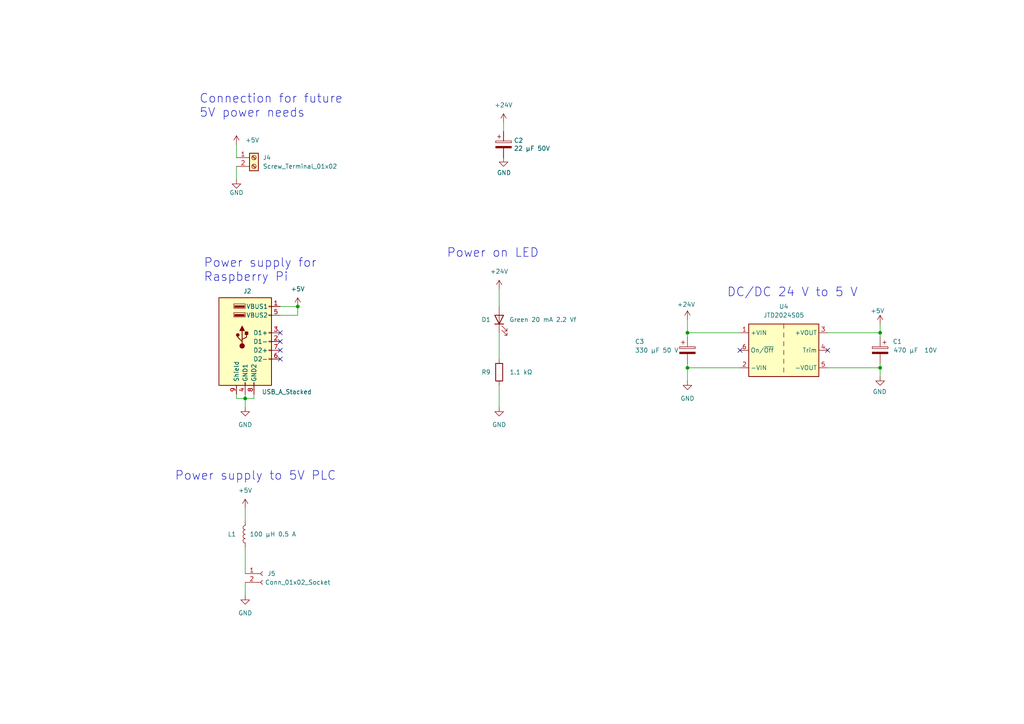
<source format=kicad_sch>
(kicad_sch (version 20230121) (generator eeschema)
  (paper "A4")
  (title_block (title "${project_title} - ${board_title}") (date "2022-03-23") (rev "${git_describe}") (company "${company}") (comment 1 "${drawn_by}") (comment 4 "${git_url}"))
  (lib_symbols
    (symbol "Connector:Conn_01x02_Socket" (pin_names (offset 1.016) hide)
      (property "Reference" "J" (at 0 2.54 0))
      (property "Value" "Conn_01x02_Socket" (at 0 -5.08 0))
      (symbol "Conn_01x02_Socket_1_1"
        (arc (start 0 -2.032) (mid -0.5058 -2.54) (end 0 -3.048) (stroke (width 0.1524)))
        (polyline (pts (xy -1.27 -2.54) (xy -0.508 -2.54)) (stroke (width 0.1524)))
        (polyline (pts (xy -1.27 0) (xy -0.508 0)) (stroke (width 0.1524)))
        (arc (start 0 0.508) (mid -0.5058 0) (end 0 -0.508) (stroke (width 0.1524)))
        (pin passive line (at -5.08 0 0) (length 3.81) (name "Pin_1") (number "1"))
        (pin passive line (at -5.08 -2.54 0) (length 3.81) (name "Pin_2") (number "2"))
      )
    )
    (symbol "Connector:Screw_Terminal_01x02" (pin_names (offset 1.016) hide)
      (property "Reference" "J" (at 0 2.54 0))
      (property "Value" "Screw_Terminal_01x02" (at 0 -5.08 0))
      (symbol "Screw_Terminal_01x02_1_1"
        (rectangle (start -1.27 1.27) (end 1.27 -3.81) (stroke (width 0.254)) (fill (type background)))
        (circle (center 0 -2.54) (radius 0.635) (stroke (width 0.1524)))
        (polyline (pts (xy -0.5334 -2.2098) (xy 0.3302 -3.048)) (stroke (width 0.1524)))
        (polyline (pts (xy -0.5334 0.3302) (xy 0.3302 -0.508)) (stroke (width 0.1524)))
        (polyline (pts (xy -0.3556 -2.032) (xy 0.508 -2.8702)) (stroke (width 0.1524)))
        (polyline (pts (xy -0.3556 0.508) (xy 0.508 -0.3302)) (stroke (width 0.1524)))
        (circle (center 0 0) (radius 0.635) (stroke (width 0.1524)))
        (pin passive line (at -5.08 0 0) (length 3.81) (name "Pin_1") (number "1"))
        (pin passive line (at -5.08 -2.54 0) (length 3.81) (name "Pin_2") (number "2"))
      )
    )
    (symbol "Connector:USB_A_Stacked" (pin_names (offset 1.016))
      (property "Reference" "J" (at 0 15.875 0))
      (property "Value" "USB_A_Stacked" (at 0 13.97 0))
      (symbol "USB_A_Stacked_0_1"
        (rectangle (start -7.62 12.7) (end 7.62 -12.7) (stroke (width 0.254)) (fill (type background)))
        (circle (center -2.159 1.905) (radius 0.381) (stroke (width 0.254)) (fill (type outline)))
        (circle (center -0.889 -1.27) (radius 0.635) (stroke (width 0.254)) (fill (type outline)))
        (rectangle (start -0.254 7.366) (end -3.048 7.874) (fill (type outline)))
        (rectangle (start -0.254 9.906) (end -3.048 10.414) (fill (type outline)))
        (rectangle (start -0.127 -12.7) (end 0.127 -11.938))
        (polyline (pts (xy -1.524 3.175) (xy -0.254 3.175) (xy -0.889 4.445) (xy -1.524 3.175)) (stroke (width 0.254)) (fill (type outline)))
        (polyline (pts (xy -0.889 -0.635) (xy -0.889 0) (xy -2.159 1.27) (xy -2.159 1.905)) (stroke (width 0.254)))
        (polyline (pts (xy -0.889 0) (xy -0.889 0.635) (xy 0.381 1.27) (xy 0.381 2.54)) (stroke (width 0.254)))
        (rectangle (start 0 2.794) (end 0.762 2.032) (stroke (width 0.254)) (fill (type outline)))
        (rectangle (start 0 7.112) (end -3.302 8.382))
        (rectangle (start 0 9.652) (end -3.302 10.922))
        (rectangle (start 2.413 -12.7) (end 2.667 -11.938))
        (rectangle (start 7.62 -5.207) (end 6.858 -4.953))
        (rectangle (start 7.62 -2.667) (end 6.858 -2.413))
        (rectangle (start 7.62 -0.127) (end 6.858 0.127))
        (rectangle (start 7.62 2.413) (end 6.858 2.667))
        (rectangle (start 7.62 7.493) (end 6.858 7.747))
        (rectangle (start 7.62 10.033) (end 6.858 10.287))
      )
      (symbol "USB_A_Stacked_1_1"
        (polyline (pts (xy -0.889 0.635) (xy -0.889 3.175)) (stroke (width 0.254)))
        (pin power_in line (at 10.16 10.16 180) (length 2.54) (name "VBUS1") (number "1"))
        (pin bidirectional line (at 10.16 0 180) (length 2.54) (name "D1-") (number "2"))
        (pin bidirectional line (at 10.16 2.54 180) (length 2.54) (name "D1+") (number "3"))
        (pin power_in line (at 0 -15.24 90) (length 2.54) (name "GND1") (number "4"))
        (pin power_in line (at 10.16 7.62 180) (length 2.54) (name "VBUS2") (number "5"))
        (pin bidirectional line (at 10.16 -5.08 180) (length 2.54) (name "D2-") (number "6"))
        (pin bidirectional line (at 10.16 -2.54 180) (length 2.54) (name "D2+") (number "7"))
        (pin power_in line (at 2.54 -15.24 90) (length 2.54) (name "GND2") (number "8"))
        (pin passive line (at -2.54 -15.24 90) (length 2.54) (name "Shield") (number "9"))
      )
    )
    (symbol "Converter_DCDC:JTD2024S05"
      (property "Reference" "U" (at -8.89 8.89 0))
      (property "Value" "JTD2024S05" (at 8.89 8.89 0))
      (symbol "JTD2024S05_0_1"
        (rectangle (start -10.16 7.62) (end 10.16 -7.62) (stroke (width 0.254)) (fill (type background)))
        (polyline (pts (xy 0 -5.08) (xy 0 -6.35)))
        (polyline (pts (xy 0 -2.54) (xy 0 -3.81)))
        (polyline (pts (xy 0 0) (xy 0 -1.27)))
        (polyline (pts (xy 0 2.54) (xy 0 1.27)))
        (polyline (pts (xy 0 5.08) (xy 0 3.81)))
        (polyline (pts (xy 0 7.62) (xy 0 6.35)))
      )
      (symbol "JTD2024S05_1_1"
        (pin power_in line (at -12.7 5.08 0) (length 2.54) (name "+VIN") (number "1"))
        (pin power_in line (at -12.7 -5.08 0) (length 2.54) (name "-VIN") (number "2"))
        (pin power_out line (at 12.7 5.08 180) (length 2.54) (name "+VOUT") (number "3"))
        (pin input line (at 12.7 0 180) (length 2.54) (name "Trim") (number "4"))
        (pin power_out line (at 12.7 -5.08 180) (length 2.54) (name "-VOUT") (number "5"))
        (pin input line (at -12.7 0 0) (length 2.54) (name "On/~{Off}") (number "6"))
      )
    )
    (symbol "Device:C_Polarized" (pin_numbers hide) (pin_names (offset 0.254))
      (property "Reference" "C" (at 0.635 2.54 0))
      (property "Value" "C_Polarized" (at 0.635 -2.54 0))
      (symbol "C_Polarized_0_1"
        (rectangle (start -2.286 0.508) (end 2.286 1.016))
        (polyline (pts (xy -1.778 2.286) (xy -0.762 2.286)))
        (polyline (pts (xy -1.27 2.794) (xy -1.27 1.778)))
        (rectangle (start 2.286 -0.508) (end -2.286 -1.016) (fill (type outline)))
      )
      (symbol "C_Polarized_1_1"
        (pin passive line (at 0 3.81 270) (length 2.794) (name "~") (number "1"))
        (pin passive line (at 0 -3.81 90) (length 2.794) (name "~") (number "2"))
      )
    )
    (symbol "Device:L" (pin_numbers hide) (pin_names (offset 1.016) hide)
      (property "Reference" "L" (at -1.27 0 90))
      (property "Value" "L" (at 1.905 0 90))
      (symbol "L_0_1"
        (arc (start 0 -2.54) (mid 0.6323 -1.905) (end 0 -1.27))
        (arc (start 0 -1.27) (mid 0.6323 -0.635) (end 0 0))
        (arc (start 0 0) (mid 0.6323 0.635) (end 0 1.27))
        (arc (start 0 1.27) (mid 0.6323 1.905) (end 0 2.54))
      )
      (symbol "L_1_1"
        (pin passive line (at 0 3.81 270) (length 1.27) (name "1") (number "1"))
        (pin passive line (at 0 -3.81 90) (length 1.27) (name "2") (number "2"))
      )
    )
    (symbol "Device:LED" (pin_numbers hide) (pin_names (offset 1.016) hide)
      (property "Reference" "D" (at 0 2.54 0))
      (property "Value" "LED" (at 0 -2.54 0))
      (symbol "LED_0_1"
        (polyline (pts (xy -1.27 -1.27) (xy -1.27 1.27)) (stroke (width 0.254)))
        (polyline (pts (xy -1.27 0) (xy 1.27 0)))
        (polyline (pts (xy 1.27 -1.27) (xy 1.27 1.27) (xy -1.27 0) (xy 1.27 -1.27)) (stroke (width 0.254)))
        (polyline (pts (xy -3.048 -0.762) (xy -4.572 -2.286) (xy -3.81 -2.286) (xy -4.572 -2.286) (xy -4.572 -1.524)))
        (polyline (pts (xy -1.778 -0.762) (xy -3.302 -2.286) (xy -2.54 -2.286) (xy -3.302 -2.286) (xy -3.302 -1.524)))
      )
      (symbol "LED_1_1"
        (pin passive line (at -3.81 0 0) (length 2.54) (name "K") (number "1"))
        (pin passive line (at 3.81 0 180) (length 2.54) (name "A") (number "2"))
      )
    )
    (symbol "Device:R" (pin_numbers hide) (pin_names (offset 0))
      (property "Reference" "R" (at 2.032 0 90))
      (property "Value" "R" (at 0 0 90))
      (symbol "R_0_1"
        (rectangle (start -1.016 -2.54) (end 1.016 2.54) (stroke (width 0.254)))
      )
      (symbol "R_1_1"
        (pin passive line (at 0 3.81 270) (length 1.27) (name "~") (number "1"))
        (pin passive line (at 0 -3.81 90) (length 1.27) (name "~") (number "2"))
      )
    )
    (symbol "power:+24V" (power) (pin_names (offset 0))
      (property "Value" "+24V" (at 0 3.556 0))
      (symbol "+24V_0_1"
        (polyline (pts (xy -0.762 1.27) (xy 0 2.54)))
        (polyline (pts (xy 0 0) (xy 0 2.54)))
        (polyline (pts (xy 0 2.54) (xy 0.762 1.27)))
      )
      (symbol "+24V_1_1"
        (pin power_in line (at 0 0 90) (length 0) hide (name "+24V") (number "1"))
      )
    )
    (symbol "power:+5V" (power) (pin_names (offset 0))
      (property "Value" "+5V" (at 0 3.556 0))
      (symbol "+5V_0_1"
        (polyline (pts (xy -0.762 1.27) (xy 0 2.54)))
        (polyline (pts (xy 0 0) (xy 0 2.54)))
        (polyline (pts (xy 0 2.54) (xy 0.762 1.27)))
      )
      (symbol "+5V_1_1"
        (pin power_in line (at 0 0 90) (length 0) hide (name "+5V") (number "1"))
      )
    )
    (symbol "power:GND" (power) (pin_names (offset 0))
      (property "Value" "GND" (at 0 -3.81 0))
      (symbol "GND_0_1"
        (polyline (pts (xy 0 0) (xy 0 -1.27) (xy 1.27 -1.27) (xy 0 -2.54) (xy -1.27 -1.27) (xy 0 -1.27)))
      )
      (symbol "GND_1_1"
        (pin power_in line (at 0 0 270) (length 0) hide (name "GND") (number "1"))
      )
    )
  )
  (junction (at 86.36 88.9))
  (junction (at 199.39 96.52))
  (junction (at 71.12 115.57))
  (junction (at 199.39 106.68))
  (junction (at 255.27 96.52))
  (junction (at 255.27 106.68))
  (no_connect (at 81.28 96.52))
  (no_connect (at 81.28 101.6))
  (no_connect (at 214.63 101.6))
  (no_connect (at 81.28 104.14))
  (no_connect (at 240.03 101.6))
  (no_connect (at 81.28 99.06))
  (wire (pts (xy 144.78 118.11) (xy 144.78 111.76)))
  (wire (pts (xy 199.39 96.52) (xy 199.39 97.79)))
  (wire (pts (xy 240.03 106.68) (xy 255.27 106.68)))
  (wire (pts (xy 199.39 96.52) (xy 214.63 96.52)))
  (wire (pts (xy 255.27 96.52) (xy 255.27 97.79)))
  (wire (pts (xy 199.39 92.71) (xy 199.39 96.52)))
  (wire (pts (xy 71.12 168.91) (xy 71.12 172.72)))
  (wire (pts (xy 144.78 96.52) (xy 144.78 104.14)))
  (wire (pts (xy 199.39 105.41) (xy 199.39 106.68)))
  (wire (pts (xy 71.12 114.3) (xy 71.12 115.57)))
  (wire (pts (xy 199.39 106.68) (xy 214.63 106.68)))
  (wire (pts (xy 71.12 147.32) (xy 71.12 151.13)))
  (wire (pts (xy 81.28 91.44) (xy 86.36 91.44)))
  (wire (pts (xy 71.12 115.57) (xy 68.58 115.57)))
  (wire (pts (xy 255.27 106.68) (xy 255.27 109.22)))
  (wire (pts (xy 68.58 52.07) (xy 68.58 48.26)))
  (wire (pts (xy 86.36 91.44) (xy 86.36 88.9)))
  (wire (pts (xy 144.78 83.82) (xy 144.78 88.9)))
  (wire (pts (xy 71.12 118.11) (xy 71.12 115.57)))
  (wire (pts (xy 255.27 105.41) (xy 255.27 106.68)))
  (wire (pts (xy 71.12 158.75) (xy 71.12 166.37)))
  (wire (pts (xy 73.66 114.3) (xy 73.66 115.57)))
  (wire (pts (xy 240.03 96.52) (xy 255.27 96.52)))
  (wire (pts (xy 68.58 41.91) (xy 68.58 45.72)))
  (wire (pts (xy 81.28 88.9) (xy 86.36 88.9)))
  (wire (pts (xy 68.58 114.3) (xy 68.58 115.57)))
  (wire (pts (xy 146.05 35.56) (xy 146.05 38.1)))
  (wire (pts (xy 255.27 93.98) (xy 255.27 96.52)))
  (wire (pts (xy 199.39 106.68) (xy 199.39 110.49)))
  (wire (pts (xy 73.66 115.57) (xy 71.12 115.57)))
  (text "DC/DC 24 V to 5 V" (at 210.82 86.36 0) (effects (font (size 2.54 2.54)) (justify left bottom)))
  (text "Connection for future\n5V power needs" (at 57.785 34.29 0) (effects (font (size 2.54 2.54)) (justify left bottom)))
  (text "Power supply to 5V PLC" (at 50.673 139.573 0) (effects (font (size 2.54 2.54)) (justify left bottom)))
  (text "Power supply for \nRaspberry Pi" (at 59.055 81.915 0) (effects (font (size 2.54 2.54)) (justify left bottom)))
  (text "Power on LED" (at 129.54 74.93 0) (effects (font (size 2.54 2.54)) (justify left bottom)))
  (symbol (lib_id "Connector:Screw_Terminal_01x02") (at 73.66 45.72 0) (unit 1)
    (property "Reference" "J4" (at 76.2 45.7199 0) (effects (justify left)))
    (property "Value" "Screw_Terminal_01x02" (at 76.2 48.2599 0) (effects (justify left)))
    (property "Footprint" "project:TE_1776275-2" (effects hide))
    (property "Datasheet" "https://www.farnell.com/datasheets/2064602.pdf" (effects hide))
    (property "MFP" "1776275-2" (effects hide))
    (property "S1PN" "1098611" (effects hide))
    (property "MFN" "TE CONNECTIVITY" (effects hide))
    (property "S1PL" "https://se.farnell.com/te-connectivity/1776275-2/terminal-block-wire-to-brd-2pos/dp/1098611" (effects hide))
  )
  (symbol (lib_id "Device:C_Polarized") (at 199.39 101.6 0) (unit 1)
    (property "Reference" "C3" (at 184.15 99.06 0) (effects (justify left)))
    (property "Value" "330 μF 50 V" (at 184.15 101.6 0) (effects (justify left)))
    (property "Footprint" "Capacitor_THT:CP_Radial_D10.0mm_P5.00mm" (effects hide))
    (property "MFN" "Multicomp Pro" (effects hide))
    (property "MFP" "MCRH50V337M10X20" (effects hide))
    (property "S1PN" "1902935" (effects hide))
    (property "S1PL" "https://se.farnell.com/en-SE/multicomp/mcrh50v337m10x20/cap-330-f-50v-20/dp/1902935" (effects hide))
  )
  (symbol (lib_id "power:GND") (at 146.05 45.72 0) (unit 1)
    (property "Reference" "#PWR0104" (effects hide))
    (property "Value" "GND" (at 146.177 50.1142 0))
    (instances (project "clay_3dp_wiring" (path "" (reference "#PWR0104") (unit 1)) (path "" (reference "#PWR01") (unit 1))) (project "24V_plc_integration_shield" (path "" (reference "#PWR0104") (unit 1)) (path "" (reference "#PWR0104") (unit 1))))
  )
  (symbol (lib_id "Converter_DCDC:JTD2024S05") (at 227.33 101.6 0) (unit 1)
    (property "Reference" "U4" (at 227.33 88.9 0))
    (property "Value" "JTD2024S05" (at 227.33 91.44 0))
    (property "Footprint" "Converter_DCDC:Converter_DCDC_XP_POWER_JTDxxxxxxx_THT" (effects hide))
    (property "Datasheet" "https://www.xppower.com/portals/0/pdfs/SF_JTD20.pdf" (effects hide))
  )
  (symbol (lib_id "power:GND") (at 144.78 118.11 0) (unit 1)
    (property "Reference" "#PWR0115" (effects hide))
    (property "Value" "GND" (at 144.78 123.19 0))
  )
  (symbol (lib_id "Connector:Conn_01x02_Socket") (at 76.2 166.37 0) (unit 1)
    (property "Reference" "J5" (at 78.74 166.37 0))
    (property "Value" "Conn_01x02_Socket" (at 86.36 168.91 0))
    (property "Footprint" "Connector_PinSocket_2.54mm:PinSocket_1x02_P2.54mm_Vertical" (effects hide))
  )
  (symbol (lib_id "power:+24V") (at 146.05 35.56 0) (unit 1)
    (property "Reference" "#PWR02" (effects hide))
    (property "Value" "+24V" (at 146.05 30.48 0))
    (instances (project "clay_3dp_wiring" (path "" (reference "#PWR02") (unit 1))) (project "24V_plc_integration_shield" (path "" (reference "#PWR0102") (unit 1))))
  )
  (symbol (lib_id "power:GND") (at 71.12 118.11 0) (unit 1)
    (property "Reference" "#PWR0125" (effects hide))
    (property "Value" "GND" (at 71.12 123.19 0))
  )
  (symbol (lib_id "Device:C_Polarized") (at 255.27 101.6 0) (mirror y) (unit 1)
    (property "Reference" "C1" (at 261.62 99.06 0) (effects (justify left)))
    (property "Value" "470 µF  10V" (at 271.78 101.6 0) (effects (justify left)))
    (property "Footprint" "Capacitor_THT:CP_Radial_D6.3mm_P2.50mm" (effects hide))
    (property "Datasheet" "https://docs.rs-online.com/49da/0900766b80fa3a92.pdf" (effects hide))
    (property "MFN" "Nichicon" (effects hide))
    (property "MFP" "UVY1A471MED" (effects hide))
    (property "S1PL" "https://se.rs-online.com/web/p/aluminium-capacitors/7395223" (effects hide))
    (property "S1PN" "739-5223" (effects hide))
  )
  (symbol (lib_id "Device:LED") (at 144.78 92.71 90) (unit 1)
    (property "Reference" "D1" (at 140.97 92.71 90))
    (property "Value" "Green 20 mA 2.2 Vf" (at 157.48 92.71 90))
    (property "Footprint" "LED_SMD:LED_0805_2012Metric_Pad1.15x1.40mm_HandSolder" (effects hide))
    (property "Datasheet" "https://www.farnell.com/datasheets/2046482.pdf" (effects hide))
    (property "S1PL" "https://se.farnell.com/kingbright/l-1503gd/led-5mm-green-30mcd-568nm/dp/2335726" (effects hide))
    (property "S1PN" "2335726" (effects hide))
    (property "MFN" "Kingbright" (effects hide))
    (property "MFP" "L-1503GD" (effects hide))
  )
  (symbol (lib_id "Device:L") (at 71.12 154.94 180) (unit 1)
    (property "Reference" "L1" (at 66.04 154.94 0) (effects (justify right)))
    (property "Value" "100 µH 0.5 A" (at 72.39 154.94 0) (effects (justify right)))
    (property "Footprint" "project:L_Radial_D5.0mm_P2.50mm" (effects hide))
    (property "Datasheet" "https://api.kemet.com/component-edge/download/specsheet/SBCP-47HY101B.pdf" (effects hide))
    (property "MFN" "Kemet" (effects hide))
    (property "MFP" "SBCP-47HY101B" (effects hide))
    (property "S1PN" "3011771" (effects hide))
    (property "S1PL" "https://se.farnell.com/kemet/sbcp-47hy101b/inductor-100uh-10-0-5a-radial/dp/3011771" (effects hide))
  )
  (symbol (lib_id "power:+5V") (at 71.12 147.32 0) (unit 1)
    (property "Reference" "#PWR0126" (effects hide))
    (property "Value" "+5V" (at 71.12 142.24 0))
  )
  (symbol (lib_id "power:+5V") (at 255.27 93.98 0) (mirror y) (unit 1)
    (property "Reference" "#PWR0130" (effects hide))
    (property "Value" "+5V" (at 256.54 90.17 0) (effects (justify left)))
  )
  (symbol (lib_id "Device:R") (at 144.78 107.95 0) (unit 1)
    (property "Reference" "R9" (at 140.97 107.95 0))
    (property "Value" "1.1 kΩ" (at 151.13 107.95 0))
    (property "Footprint" "Resistor_THT:R_Axial_DIN0207_L6.3mm_D2.5mm_P2.54mm_Vertical" (effects hide))
  )
  (symbol (lib_id "Connector:USB_A_Stacked") (at 71.12 99.06 0) (unit 1)
    (property "Reference" "J2" (at 71.755 84.455 0))
    (property "Value" "USB_A_Stacked" (at 83.185 113.665 0))
    (property "Footprint" "Connector_USB:USB_A_Wuerth_61400826021_Horizontal_Stacked" (effects hide))
    (property "Datasheet" "https://www.we-online.com/katalog/datasheet/61400826021.pdf" (effects hide))
    (property "MFN" "WURTH ELEKTRONIK" (effects hide))
    (property "MFP" "61400826021" (effects hide))
    (property "S1PN" "1642034" (effects hide))
    (property "S1PL" "https://se.farnell.com/wurth-elektronik/61400826021/usb-stacked-2-0-type-a-2port-vertical/dp/1642034" (effects hide))
    (property "S2PN" "748-0879" (effects hide))
    (property "S2PL" "https://se.rs-online.com/web/p/usb-connectors/7480879" (effects hide))
  )
  (symbol (lib_id "power:GND") (at 68.58 52.07 0) (unit 1)
    (property "Reference" "#PWR0124" (effects hide))
    (property "Value" "GND" (at 68.58 55.88 0))
  )
  (symbol (lib_id "power:GND") (at 255.27 109.22 0) (mirror y) (unit 1)
    (property "Reference" "#PWR0129" (effects hide))
    (property "Value" "GND" (at 255.143 113.6142 0))
  )
  (symbol (lib_id "power:GND") (at 199.39 110.49 0) (unit 1)
    (property "Reference" "#PWR0128" (effects hide))
    (property "Value" "GND" (at 199.39 115.57 0))
  )
  (symbol (lib_id "power:GND") (at 71.12 172.72 0) (unit 1)
    (property "Reference" "#PWR0101" (effects hide))
    (property "Value" "GND" (at 71.12 177.8 0))
  )
  (symbol (lib_id "Device:C_Polarized") (at 146.05 41.91 0) (unit 1)
    (property "Reference" "C2" (at 149.0472 40.7416 0) (effects (justify left)))
    (property "Value" "22 µF 50V" (at 149.0472 43.053 0) (effects (justify left)))
    (property "Footprint" "Capacitor_THT:CP_Radial_D5.0mm_P2.00mm" (effects hide))
    (property "Datasheet" "https://www.farnell.com/datasheets/3168700.pdf" (effects hide))
    (property "MFN" "Multicomp Pro" (effects hide))
    (property "MFP" "MCRH50V226M5X11" (effects hide))
    (property "S1PL" "https://se.farnell.com/en-SE/multicomp/mcrh50v226m5x11/cap-22-f-50v-20/dp/1902929" (effects hide))
    (property "S1PN" "1902929" (effects hide))
  )
  (symbol (lib_id "power:+24V") (at 144.78 83.82 0) (unit 1)
    (property "Reference" "#PWR0116" (effects hide))
    (property "Value" "+24V" (at 144.78 78.74 0))
  )
  (symbol (lib_id "power:+5V") (at 68.58 41.91 0) (unit 1)
    (property "Reference" "#PWR0123" (effects hide))
    (property "Value" "+5V" (at 71.12 40.6399 0) (effects (justify left)))
  )
  (symbol (lib_id "power:+5V") (at 86.36 88.9 0) (unit 1)
    (property "Reference" "#PWR0114" (effects hide))
    (property "Value" "+5V" (at 86.36 83.82 0))
  )
  (symbol (lib_id "power:+24V") (at 199.39 92.71 0) (mirror y) (unit 1)
    (property "Reference" "#PWR0131" (effects hide))
    (property "Value" "+24V" (at 199.009 88.3158 0))
  )
)
</source>
